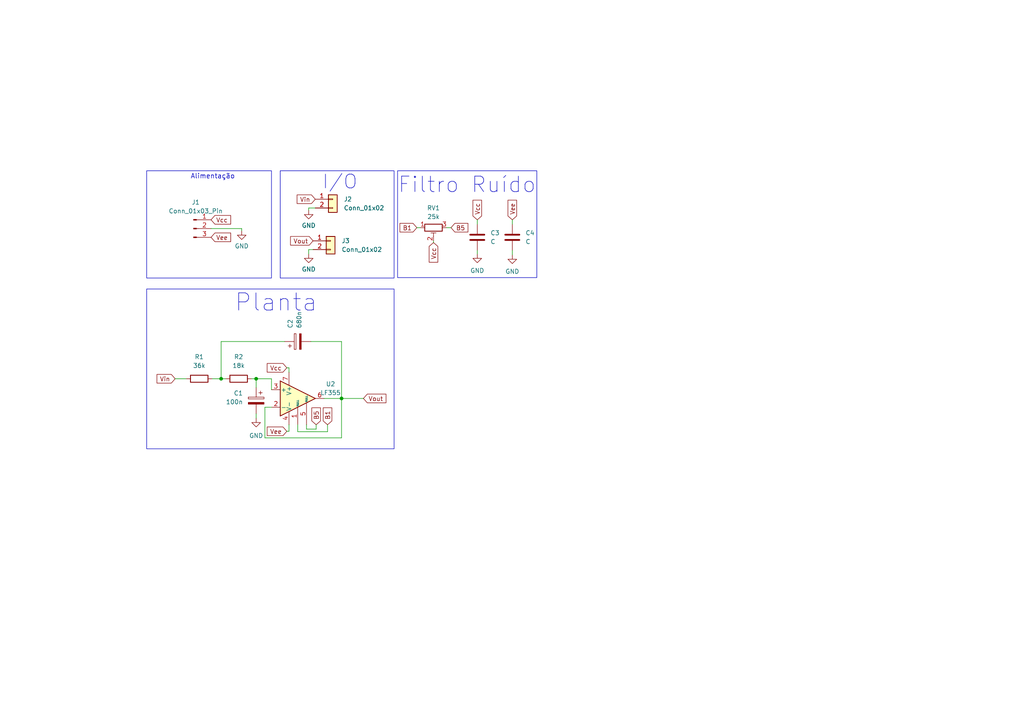
<source format=kicad_sch>
(kicad_sch (version 20230121) (generator eeschema)
  (paper "A4")
  (lib_symbols
    (symbol "Amplifier_Operational:LF355" (pin_names (offset 0.127))
      (property "Reference" "U" (at 0 6.35 0))
      (property "Value" "LF355" (at 0 3.81 0))
      (symbol "LF355_0_1"
        (polyline (pts (xy -5.08 5.08) (xy 5.08 0) (xy -5.08 -5.08) (xy -5.08 5.08)) (stroke (width 0.254)) (fill (type background)))
      )
      (symbol "LF355_1_1"
        (pin input line (at 0 -7.62 90) (length 5.08) (name "NULL") (number "1"))
        (pin input line (at -7.62 -2.54 0) (length 2.54) (name "-") (number "2"))
        (pin input line (at -7.62 2.54 0) (length 2.54) (name "+") (number "3"))
        (pin power_in line (at -2.54 -7.62 90) (length 3.81) (name "V-") (number "4"))
        (pin input line (at 2.54 -7.62 90) (length 6.35) (name "NULL") (number "5"))
        (pin output line (at 7.62 0 180) (length 2.54) (name "~") (number "6"))
        (pin power_in line (at -2.54 7.62 270) (length 3.81) (name "V+") (number "7"))
        (pin no_connect line (at 0 2.54 270) (length 2.54) hide (name "NC") (number "8"))
      )
    )
    (symbol "Connector:Conn_01x03_Pin" (pin_names (offset 1.016) hide)
      (property "Reference" "J" (at 0 5.08 0))
      (property "Value" "Conn_01x03_Pin" (at 0 -5.08 0))
      (symbol "Conn_01x03_Pin_1_1"
        (polyline (pts (xy 1.27 -2.54) (xy 0.8636 -2.54)) (stroke (width 0.1524)))
        (polyline (pts (xy 1.27 0) (xy 0.8636 0)) (stroke (width 0.1524)))
        (polyline (pts (xy 1.27 2.54) (xy 0.8636 2.54)) (stroke (width 0.1524)))
        (rectangle (start 0.8636 -2.413) (end 0 -2.667) (stroke (width 0.1524)) (fill (type outline)))
        (rectangle (start 0.8636 0.127) (end 0 -0.127) (stroke (width 0.1524)) (fill (type outline)))
        (rectangle (start 0.8636 2.667) (end 0 2.413) (stroke (width 0.1524)) (fill (type outline)))
        (pin passive line (at 5.08 2.54 180) (length 3.81) (name "Pin_1") (number "1"))
        (pin passive line (at 5.08 0 180) (length 3.81) (name "Pin_2") (number "2"))
        (pin passive line (at 5.08 -2.54 180) (length 3.81) (name "Pin_3") (number "3"))
      )
    )
    (symbol "Connector_Generic:Conn_01x02" (pin_names (offset 1.016) hide)
      (property "Reference" "J" (at 0 2.54 0))
      (property "Value" "Conn_01x02" (at 0 -5.08 0))
      (symbol "Conn_01x02_1_1"
        (rectangle (start -1.27 -2.413) (end 0 -2.667) (stroke (width 0.1524)))
        (rectangle (start -1.27 0.127) (end 0 -0.127) (stroke (width 0.1524)))
        (rectangle (start -1.27 1.27) (end 1.27 -3.81) (stroke (width 0.254)) (fill (type background)))
        (pin passive line (at -5.08 0 0) (length 3.81) (name "Pin_1") (number "1"))
        (pin passive line (at -5.08 -2.54 0) (length 3.81) (name "Pin_2") (number "2"))
      )
    )
    (symbol "Device:C" (pin_numbers hide) (pin_names (offset 0.254))
      (property "Reference" "C" (at 0.635 2.54 0))
      (property "Value" "C" (at 0.635 -2.54 0))
      (symbol "C_0_1"
        (polyline (pts (xy -2.032 -0.762) (xy 2.032 -0.762)) (stroke (width 0.508)))
        (polyline (pts (xy -2.032 0.762) (xy 2.032 0.762)) (stroke (width 0.508)))
      )
      (symbol "C_1_1"
        (pin passive line (at 0 3.81 270) (length 2.794) (name "~") (number "1"))
        (pin passive line (at 0 -3.81 90) (length 2.794) (name "~") (number "2"))
      )
    )
    (symbol "Device:C_Polarized" (pin_numbers hide) (pin_names (offset 0.254))
      (property "Reference" "C" (at 0.635 2.54 0))
      (property "Value" "C_Polarized" (at 0.635 -2.54 0))
      (symbol "C_Polarized_0_1"
        (rectangle (start -2.286 0.508) (end 2.286 1.016))
        (polyline (pts (xy -1.778 2.286) (xy -0.762 2.286)))
        (polyline (pts (xy -1.27 2.794) (xy -1.27 1.778)))
        (rectangle (start 2.286 -0.508) (end -2.286 -1.016) (fill (type outline)))
      )
      (symbol "C_Polarized_1_1"
        (pin passive line (at 0 3.81 270) (length 2.794) (name "~") (number "1"))
        (pin passive line (at 0 -3.81 90) (length 2.794) (name "~") (number "2"))
      )
    )
    (symbol "Device:R" (pin_numbers hide) (pin_names (offset 0))
      (property "Reference" "R" (at 2.032 0 90))
      (property "Value" "R" (at 0 0 90))
      (symbol "R_0_1"
        (rectangle (start -1.016 -2.54) (end 1.016 2.54) (stroke (width 0.254)))
      )
      (symbol "R_1_1"
        (pin passive line (at 0 3.81 270) (length 1.27) (name "~") (number "1"))
        (pin passive line (at 0 -3.81 90) (length 1.27) (name "~") (number "2"))
      )
    )
    (symbol "Device:R_Potentiometer_Trim" (pin_names (offset 1.016) hide)
      (property "Reference" "RV" (at -4.445 0 90))
      (property "Value" "R_Potentiometer_Trim" (at -2.54 0 90))
      (symbol "R_Potentiometer_Trim_0_1"
        (polyline (pts (xy 1.524 0.762) (xy 1.524 -0.762)))
        (polyline (pts (xy 2.54 0) (xy 1.524 0)))
        (rectangle (start 1.016 2.54) (end -1.016 -2.54) (stroke (width 0.254)))
      )
      (symbol "R_Potentiometer_Trim_1_1"
        (pin passive line (at 0 3.81 270) (length 1.27) (name "1") (number "1"))
        (pin passive line (at 3.81 0 180) (length 1.27) (name "2") (number "2"))
        (pin passive line (at 0 -3.81 90) (length 1.27) (name "3") (number "3"))
      )
    )
    (symbol "power:GND" (power) (pin_names (offset 0))
      (property "Value" "GND" (at 0 -3.81 0))
      (symbol "GND_0_1"
        (polyline (pts (xy 0 0) (xy 0 -1.27) (xy 1.27 -1.27) (xy 0 -2.54) (xy -1.27 -1.27) (xy 0 -1.27)))
      )
      (symbol "GND_1_1"
        (pin power_in line (at 0 0 270) (length 0) hide (name "GND") (number "1"))
      )
    )
  )
  (junction (at 99.06 115.57))
  (junction (at 74.295 109.855))
  (junction (at 64.135 109.855))
  (wire (pts (xy 138.43 72.644) (xy 138.43 73.66)))
  (wire (pts (xy 64.135 99.06) (xy 82.55 99.06)))
  (wire (pts (xy 90.17 99.06) (xy 99.06 99.06)))
  (wire (pts (xy 74.295 109.855) (xy 78.74 109.855)))
  (wire (pts (xy 121.92 66.04) (xy 120.904 66.04)))
  (wire (pts (xy 99.06 115.57) (xy 105.41 115.57)))
  (wire (pts (xy 61.214 66.294) (xy 70.104 66.294)))
  (wire (pts (xy 86.36 123.19) (xy 86.36 125.222)))
  (wire (pts (xy 99.06 99.06) (xy 99.06 115.57)))
  (wire (pts (xy 89.535 72.39) (xy 90.805 72.39)))
  (wire (pts (xy 83.82 106.68) (xy 83.82 107.95)))
  (wire (pts (xy 76.835 127) (xy 99.06 127)))
  (wire (pts (xy 74.295 109.855) (xy 74.295 112.395)))
  (wire (pts (xy 64.135 109.855) (xy 65.405 109.855)))
  (wire (pts (xy 148.59 72.644) (xy 148.59 73.914)))
  (wire (pts (xy 83.185 106.68) (xy 83.82 106.68)))
  (wire (pts (xy 93.98 115.57) (xy 99.06 115.57)))
  (wire (pts (xy 78.74 118.11) (xy 76.835 118.11)))
  (wire (pts (xy 91.694 124.46) (xy 88.9 124.46)))
  (wire (pts (xy 74.295 120.015) (xy 74.295 121.285)))
  (wire (pts (xy 83.82 125.095) (xy 83.82 123.19)))
  (wire (pts (xy 61.595 109.855) (xy 64.135 109.855)))
  (wire (pts (xy 125.73 69.85) (xy 125.73 70.358)))
  (wire (pts (xy 76.835 118.11) (xy 76.835 127)))
  (wire (pts (xy 64.135 99.06) (xy 64.135 109.855)))
  (wire (pts (xy 91.694 123.19) (xy 91.694 124.46)))
  (wire (pts (xy 89.535 60.96) (xy 89.535 60.325)))
  (wire (pts (xy 70.104 66.294) (xy 70.104 66.929)))
  (wire (pts (xy 89.535 60.325) (xy 91.44 60.325)))
  (wire (pts (xy 83.185 125.095) (xy 83.82 125.095)))
  (wire (pts (xy 138.43 63.754) (xy 138.43 65.024)))
  (wire (pts (xy 99.06 115.57) (xy 99.06 127)))
  (wire (pts (xy 78.74 109.855) (xy 78.74 113.03)))
  (wire (pts (xy 129.54 66.04) (xy 130.81 66.04)))
  (wire (pts (xy 73.025 109.855) (xy 74.295 109.855)))
  (wire (pts (xy 50.8 109.855) (xy 53.975 109.855)))
  (wire (pts (xy 89.535 73.66) (xy 89.535 72.39)))
  (wire (pts (xy 94.996 125.222) (xy 94.996 123.19)))
  (wire (pts (xy 86.36 125.222) (xy 94.996 125.222)))
  (wire (pts (xy 88.9 123.19) (xy 88.9 124.46)))
  (wire (pts (xy 148.59 63.754) (xy 148.59 65.024)))
  (rectangle (start 42.545 49.53) (end 78.74 80.645))
  (rectangle (start 42.545 83.82) (end 114.3 130.175))
  (rectangle (start 81.28 49.53) (end 114.3 80.645))
  (rectangle (start 115.316 49.53) (end 155.702 80.518))
  (text "Alimentação" (at 55.245 52.07 0) (effects (font (size 1.4 1.4)) (justify left bottom)))
  (text "I/O" (at 93.345 55.245 0) (effects (font (size 4 4)) (justify left bottom)))
  (text "Planta" (at 67.945 90.805 0) (effects (font (size 5 5)) (justify left bottom)))
  (text "Filtro Ruído" (at 115.316 56.388 0) (effects (font (size 4.5 4.5)) (justify left bottom)))
  (global_label "Vin" (shape input) (at 91.44 57.785 180) (property "Intersheetrefs" "${INTERSHEET_REFS}" (effects hide)))
  (global_label "Vee" (shape input) (at 83.185 125.095 180) (property "Intersheetrefs" "${INTERSHEET_REFS}" (effects hide)))
  (global_label "Vin" (shape input) (at 50.8 109.855 180) (property "Intersheetrefs" "${INTERSHEET_REFS}" (effects hide)))
  (global_label "Vout" (shape input) (at 90.805 69.85 180) (property "Intersheetrefs" "${INTERSHEET_REFS}" (effects hide)))
  (global_label "Vout" (shape input) (at 105.41 115.57 0) (property "Intersheetrefs" "${INTERSHEET_REFS}" (effects hide)))
  (global_label "Vee" (shape input) (at 61.214 68.834 0) (property "Intersheetrefs" "${INTERSHEET_REFS}" (effects hide)))
  (global_label "B5" (shape input) (at 130.81 66.04 0) (property "Intersheetrefs" "${INTERSHEET_REFS}" (effects hide)))
  (global_label "Vcc" (shape input) (at 61.214 63.754 0) (property "Intersheetrefs" "${INTERSHEET_REFS}" (effects hide)))
  (global_label "B1" (shape input) (at 120.904 66.04 180) (property "Intersheetrefs" "${INTERSHEET_REFS}" (effects hide)))
  (global_label "Vcc" (shape input) (at 138.43 63.754 90) (property "Intersheetrefs" "${INTERSHEET_REFS}" (effects hide)))
  (global_label "Vcc" (shape input) (at 125.73 70.358 270) (property "Intersheetrefs" "${INTERSHEET_REFS}" (effects hide)))
  (global_label "Vee" (shape input) (at 148.59 63.754 90) (property "Intersheetrefs" "${INTERSHEET_REFS}" (effects hide)))
  (global_label "B5" (shape input) (at 91.694 123.19 90) (property "Intersheetrefs" "${INTERSHEET_REFS}" (effects hide)))
  (global_label "B1" (shape input) (at 94.996 123.19 90) (property "Intersheetrefs" "${INTERSHEET_REFS}" (effects hide)))
  (global_label "Vcc" (shape input) (at 83.185 106.68 180) (property "Intersheetrefs" "${INTERSHEET_REFS}" (effects hide)))
  (symbol (lib_id "power:GND") (at 74.295 121.285 0) (unit 1)
    (property "Reference" "#PWR01" (effects hide))
    (property "Value" "GND" (at 74.295 126.365 0))
  )
  (symbol (lib_id "Connector_Generic:Conn_01x02") (at 95.885 69.85 0) (unit 1)
    (property "Reference" "J3" (at 99.06 69.85 0) (effects (justify left)))
    (property "Value" "Conn_01x02" (at 99.06 72.39 0) (effects (justify left)))
    (property "Footprint" "Connector:JWT_A3963_1x02_P3.96mm_Vertical" (effects hide))
  )
  (symbol (lib_id "Device:R") (at 69.215 109.855 90) (unit 1)
    (property "Reference" "R2" (at 69.215 103.505 90))
    (property "Value" "18k" (at 69.215 106.045 90))
    (property "Footprint" "Resistor_THT:R_Axial_DIN0411_L9.9mm_D3.6mm_P25.40mm_Horizontal" (effects hide))
  )
  (symbol (lib_id "Device:C_Polarized") (at 86.36 99.06 90) (unit 1)
    (property "Reference" "C2" (at 84.201 95.25 0) (effects (justify left)))
    (property "Value" "680n" (at 86.741 95.25 0) (effects (justify left)))
    (property "Footprint" "Capacitor_THT:C_Disc_D7.5mm_W2.5mm_P5.00mm" (effects hide))
  )
  (symbol (lib_id "Device:C") (at 148.59 68.834 0) (unit 1)
    (property "Reference" "C4" (at 152.4 67.564 0) (effects (justify left)))
    (property "Value" "C" (at 152.4 70.104 0) (effects (justify left)))
    (property "Footprint" "Capacitor_THT:C_Disc_D4.7mm_W2.5mm_P5.00mm" (effects hide))
  )
  (symbol (lib_id "power:GND") (at 138.43 73.66 0) (unit 1)
    (property "Reference" "#PWR05" (effects hide))
    (property "Value" "GND" (at 138.43 78.486 0))
  )
  (symbol (lib_id "power:GND") (at 148.59 73.914 0) (unit 1)
    (property "Reference" "#PWR06" (effects hide))
    (property "Value" "GND" (at 148.59 78.74 0))
  )
  (symbol (lib_id "Device:C") (at 138.43 68.834 0) (unit 1)
    (property "Reference" "C3" (at 142.24 67.564 0) (effects (justify left)))
    (property "Value" "C" (at 142.24 70.104 0) (effects (justify left)))
    (property "Footprint" "Capacitor_THT:C_Disc_D4.7mm_W2.5mm_P5.00mm" (effects hide))
  )
  (symbol (lib_id "Device:R") (at 57.785 109.855 90) (unit 1)
    (property "Reference" "R1" (at 57.785 103.505 90))
    (property "Value" "36k" (at 57.785 106.045 90))
    (property "Footprint" "Resistor_THT:R_Axial_DIN0411_L9.9mm_D3.6mm_P25.40mm_Horizontal" (effects hide))
  )
  (symbol (lib_id "Connector:Conn_01x03_Pin") (at 56.134 66.294 0) (unit 1)
    (property "Reference" "J1" (at 56.769 58.674 0))
    (property "Value" "Conn_01x03_Pin" (at 56.769 61.214 0))
    (property "Footprint" "Connector:Banana_Jack_3Pin" (effects hide))
  )
  (symbol (lib_id "Connector_Generic:Conn_01x02") (at 96.52 57.785 0) (unit 1)
    (property "Reference" "J2" (at 99.695 57.785 0) (effects (justify left)))
    (property "Value" "Conn_01x02" (at 99.695 60.325 0) (effects (justify left)))
    (property "Footprint" "Connector:JWT_A3963_1x02_P3.96mm_Vertical" (effects hide))
  )
  (symbol (lib_id "power:GND") (at 89.535 60.96 0) (unit 1)
    (property "Reference" "#PWR03" (effects hide))
    (property "Value" "GND" (at 89.535 65.405 0))
  )
  (symbol (lib_id "Device:R_Potentiometer_Trim") (at 125.73 66.04 90) (mirror x) (unit 1)
    (property "Reference" "RV1" (at 125.73 60.325 90))
    (property "Value" "25k" (at 125.73 62.865 90))
    (property "Footprint" "Potentiometer_THT:Potentiometer_Vishay_T73XW_Horizontal" (effects hide))
  )
  (symbol (lib_id "power:GND") (at 89.535 73.66 0) (unit 1)
    (property "Reference" "#PWR04" (effects hide))
    (property "Value" "GND" (at 89.535 78.105 0))
  )
  (symbol (lib_id "Amplifier_Operational:LF355") (at 86.36 115.57 0) (unit 1)
    (property "Reference" "U2" (at 95.885 111.3791 0))
    (property "Value" "LF355" (at 95.885 113.9191 0))
    (property "Footprint" "Package_DIP:DIP-8_W7.62mm" (effects hide))
    (property "Datasheet" "http://www.ti.com/lit/ds/symlink/lf357.pdf" (effects hide))
  )
  (symbol (lib_id "power:GND") (at 70.104 66.929 0) (unit 1)
    (property "Reference" "#PWR02" (effects hide))
    (property "Value" "GND" (at 70.104 71.374 0))
  )
  (symbol (lib_id "Device:C_Polarized") (at 74.295 116.205 0) (mirror y) (unit 1)
    (property "Reference" "C1" (at 70.485 114.046 0) (effects (justify left)))
    (property "Value" "100n" (at 70.485 116.586 0) (effects (justify left)))
    (property "Footprint" "Capacitor_THT:C_Disc_D4.7mm_W2.5mm_P5.00mm" (effects hide))
  )
)
</source>
